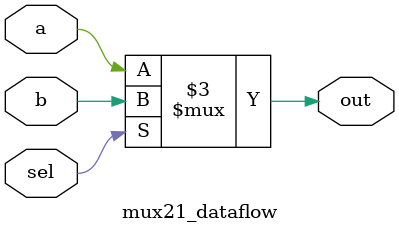
<source format=sv>
`timescale 1ns / 1ps


module mux21_dataflow(
    input logic a,
    input logic b,
    input logic sel,
    output logic out
    );
  /*  logic temp1,temp2, temp3; */
    
//    assign out = ((~sel) & a) | (sel & b); //dataflow
 
// structial 
/*
    not g0(temp1, sel);
    and g1(temp2, a, temp1);
    and g2(temp3 ,b, sel);
    or g3(out, temp2, temp3);
  */
//behaviorl below

always_comb
begin
    if (sel)
         out = b;
    else
         out = a;
end
    
endmodule

</source>
